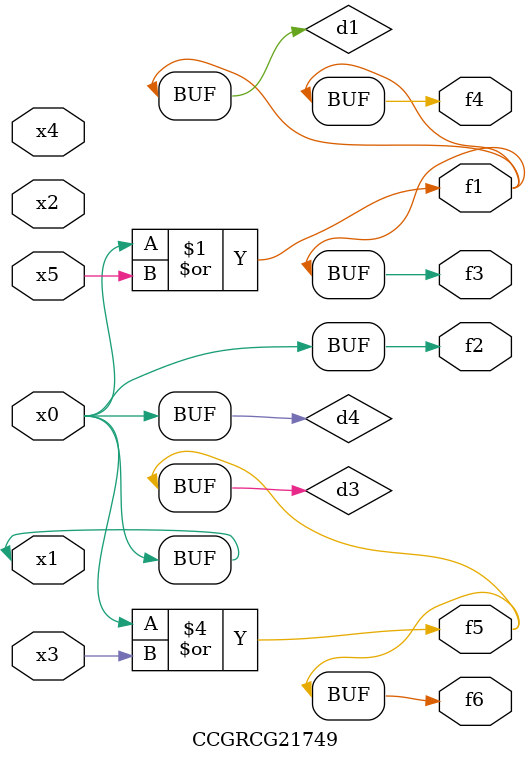
<source format=v>
module CCGRCG21749(
	input x0, x1, x2, x3, x4, x5,
	output f1, f2, f3, f4, f5, f6
);

	wire d1, d2, d3, d4;

	or (d1, x0, x5);
	xnor (d2, x1, x4);
	or (d3, x0, x3);
	buf (d4, x0, x1);
	assign f1 = d1;
	assign f2 = d4;
	assign f3 = d1;
	assign f4 = d1;
	assign f5 = d3;
	assign f6 = d3;
endmodule

</source>
